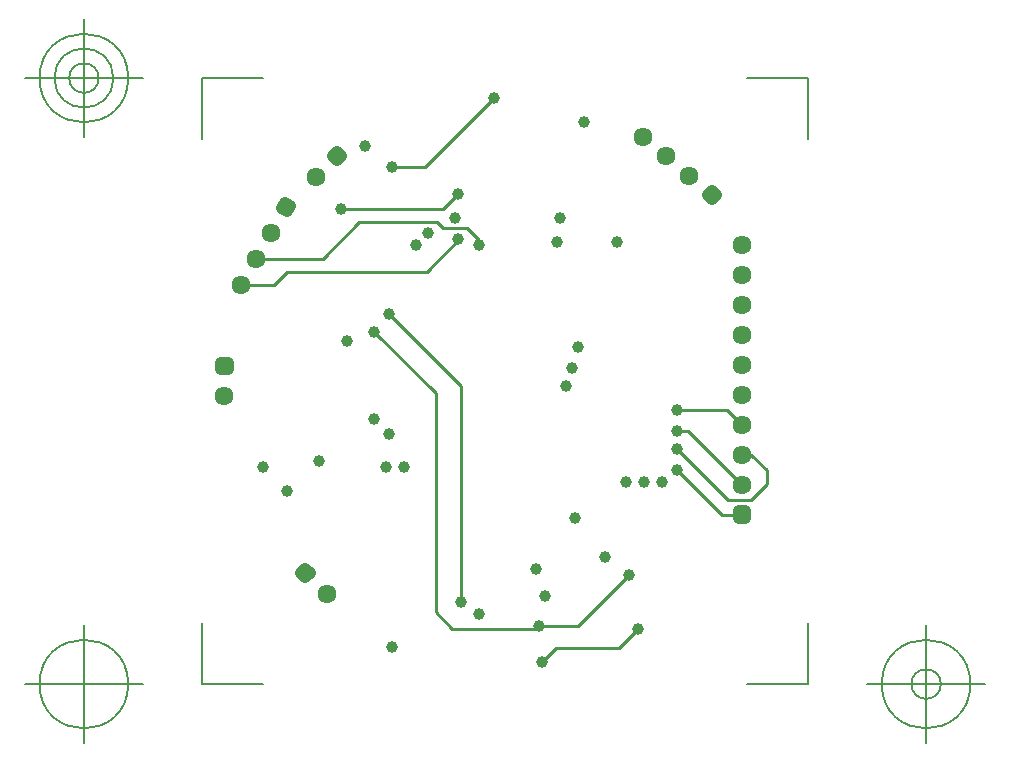
<source format=gbr>
G04 Generated by Ultiboard 13.0 *
%FSLAX25Y25*%
%MOIN*%

%ADD10C,0.00001*%
%ADD11C,0.01000*%
%ADD12C,0.00500*%
%ADD13C,0.03937*%
%ADD14C,0.06334*%
%ADD15R,0.02083X0.02083*%
%ADD16C,0.03917*%
%ADD17P,0.02945X4X15*%
%ADD18P,0.02945X4*%
%ADD19P,0.02945X4X5*%


G04 ColorRGB 200000 for the following layer *
%LNCopper Inner 1*%
%LPD*%
G54D10*
G54D11*
X114000Y220000D02*
X119000Y225000D01*
X96000Y185000D02*
X120000Y161000D01*
X120000Y89000D01*
X91000Y179000D02*
X111500Y158500D01*
X111500Y85500D01*
X159000Y81000D02*
X176000Y98000D01*
X147000Y69000D02*
X151500Y73500D01*
X172500Y73500D01*
X179000Y80000D01*
X119000Y210000D02*
X119000Y209500D01*
X108500Y199000D01*
X62000Y199000D01*
X57543Y194543D01*
X46500Y194543D01*
X122000Y213500D02*
X114000Y213500D01*
X112000Y215500D01*
X86000Y215500D01*
X73703Y203203D01*
X51500Y203203D01*
X146000Y81000D02*
X159000Y81000D01*
X117000Y80000D02*
X145000Y80000D01*
X146000Y81000D01*
X111500Y85500D02*
X117000Y80000D01*
X126000Y208000D02*
X126000Y209500D01*
X122000Y213500D01*
X80000Y220000D02*
X114000Y220000D01*
X97000Y234000D02*
X108000Y234000D01*
X131000Y257000D01*
X192000Y153000D02*
X208500Y153000D01*
X213500Y148000D01*
X192000Y146000D02*
X195500Y146000D01*
X213500Y128000D01*
X192000Y133000D02*
X207000Y118000D01*
X213500Y118000D01*
X216500Y138000D02*
X213500Y138000D01*
X221793Y132707D02*
X221793Y128293D01*
X221793Y132707D02*
X216500Y138000D01*
X209000Y123000D02*
X216500Y123000D01*
X221793Y128293D01*
X192000Y140000D02*
X209000Y123000D01*
G54D12*
X33500Y61500D02*
X33500Y81700D01*
X33500Y61500D02*
X53700Y61500D01*
X235500Y61500D02*
X215300Y61500D01*
X235500Y61500D02*
X235500Y81700D01*
X235500Y263500D02*
X235500Y243300D01*
X235500Y263500D02*
X215300Y263500D01*
X33500Y263500D02*
X53700Y263500D01*
X33500Y263500D02*
X33500Y243300D01*
X13815Y61500D02*
X-25555Y61500D01*
X-5870Y41815D02*
X-5870Y81185D01*
X-20634Y61500D02*
G75*
D01*
G02X-20634Y61500I14764J0*
G01*
X255185Y61500D02*
X294555Y61500D01*
X274870Y41815D02*
X274870Y81185D01*
X260106Y61500D02*
G75*
D01*
G02X260106Y61500I14764J0*
G01*
X269949Y61500D02*
G75*
D01*
G02X269949Y61500I4921J0*
G01*
X13815Y263500D02*
X-25555Y263500D01*
X-5870Y243815D02*
X-5870Y283185D01*
X-20634Y263500D02*
G75*
D01*
G02X-20634Y263500I14764J0*
G01*
X-15713Y263500D02*
G75*
D01*
G02X-15713Y263500I9843J0*
G01*
X-10791Y263500D02*
G75*
D01*
G02X-10791Y263500I4921J0*
G01*
G54D13*
X118000Y217000D03*
X119000Y225000D03*
X172000Y209000D03*
X62000Y126000D03*
X91000Y150000D03*
X95000Y134000D03*
X82000Y176000D03*
X54000Y134000D03*
X153000Y217000D03*
X88000Y241000D03*
X119000Y210000D03*
X109000Y212000D03*
X105000Y208000D03*
X96000Y185000D03*
X91000Y179000D03*
X158000Y117000D03*
X148000Y91000D03*
X147000Y69000D03*
X179000Y80000D03*
X176000Y98000D03*
X146000Y81000D03*
X120000Y89000D03*
X168000Y104000D03*
X126000Y85000D03*
X145000Y100000D03*
X97000Y74000D03*
X159000Y174000D03*
X157000Y167000D03*
X152000Y209000D03*
X155000Y161000D03*
X131000Y257000D03*
X161000Y249000D03*
X126000Y208000D03*
X97000Y234000D03*
X80000Y220000D03*
X192000Y153000D03*
X192000Y146000D03*
X192000Y140000D03*
X192000Y133000D03*
X187000Y129000D03*
X181000Y129000D03*
X175000Y129000D03*
X101000Y134000D03*
X96000Y145000D03*
X72500Y136000D03*
G54D14*
X41000Y157500D03*
X46500Y194543D03*
X51500Y203203D03*
X56500Y211863D03*
X71429Y230429D03*
X75071Y91429D03*
X188179Y237356D03*
X180519Y243784D03*
X195840Y230928D03*
X213500Y128000D03*
X213500Y138000D03*
X213500Y178000D03*
X213500Y148000D03*
X213500Y158000D03*
X213500Y168000D03*
X213500Y208000D03*
X213500Y198000D03*
X213500Y188000D03*
G54D15*
X41000Y167500D03*
X213500Y118000D03*
G54D16*
X39959Y166459D02*
X42041Y166459D01*
X42041Y168541D01*
X39959Y168541D01*
X39959Y166459D01*D02*
X61119Y221946D02*
X60077Y220142D01*
X61881Y219101D01*
X62923Y220905D01*
X61119Y221946D01*D02*
X78500Y238973D02*
X77027Y237500D01*
X78500Y236027D01*
X79973Y237500D01*
X78500Y238973D01*D02*
X66527Y98500D02*
X68000Y97027D01*
X69473Y98500D01*
X68000Y99973D01*
X66527Y98500D01*D02*
X204967Y224628D02*
X203372Y225967D01*
X202033Y224372D01*
X203628Y223033D01*
X204967Y224628D01*D02*
X212459Y116959D02*
X214541Y116959D01*
X214541Y119041D01*
X212459Y119041D01*
X212459Y116959D01*D02*
G54D17*
X61500Y220523D03*
G54D18*
X78500Y237500D03*
X68000Y98500D03*
G54D19*
X203500Y224500D03*

M02*

</source>
